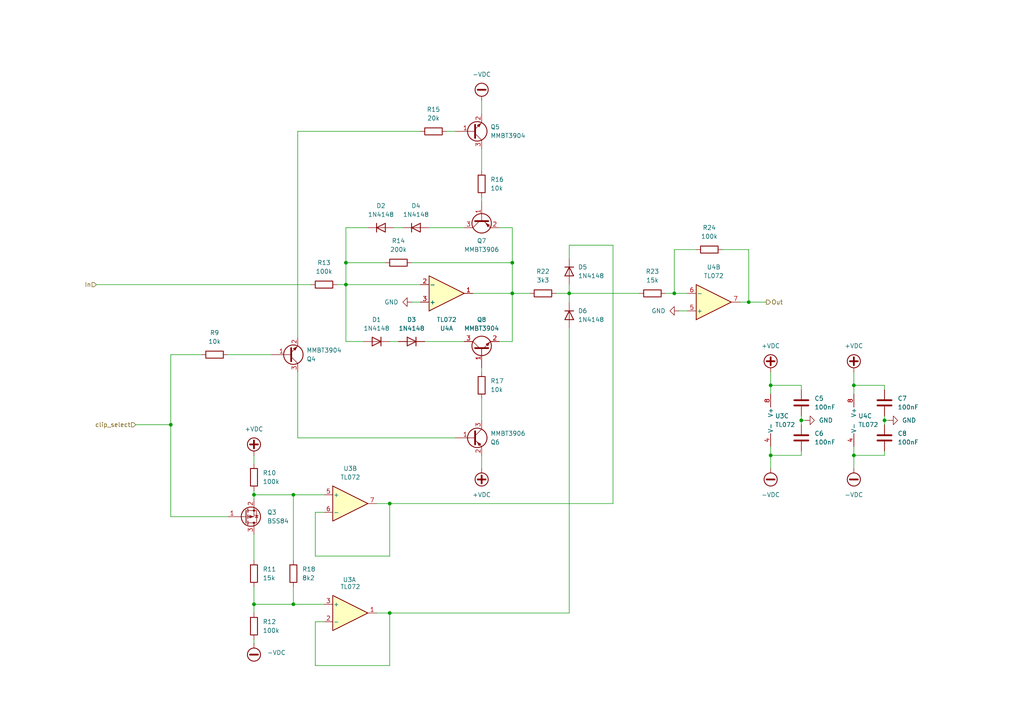
<source format=kicad_sch>
(kicad_sch (version 20231120) (generator "eeschema") (generator_version "8.0")
  (paper "A4")
  (title_block (title "ACID VCA CORE") (date "2025-03-27") (rev "1.0"))
  (lib_symbols
    (symbol "Amplifier_Operational:TL072" (pin_names (offset 0.127))
      (property "Reference" "U" (at 0 5.08 0))
      (property "Value" "TL072" (at 0 -5.08 0))
      (symbol "TL072_1_1"
        (polyline (pts (xy -5.08 5.08) (xy 5.08 0) (xy -5.08 -5.08) (xy -5.08 5.08)) (stroke (width 0.254)) (fill (type background)))
        (pin output line (at 7.62 0 180) (length 2.54) (name "~") (number "1"))
        (pin input line (at -7.62 -2.54 0) (length 2.54) (name "-") (number "2"))
        (pin input line (at -7.62 2.54 0) (length 2.54) (name "+") (number "3"))
      )
      (symbol "TL072_2_1"
        (polyline (pts (xy -5.08 5.08) (xy 5.08 0) (xy -5.08 -5.08) (xy -5.08 5.08)) (stroke (width 0.254)) (fill (type background)))
        (pin input line (at -7.62 2.54 0) (length 2.54) (name "+") (number "5"))
        (pin input line (at -7.62 -2.54 0) (length 2.54) (name "-") (number "6"))
        (pin output line (at 7.62 0 180) (length 2.54) (name "~") (number "7"))
      )
      (symbol "TL072_3_1"
        (pin power_in line (at -2.54 -7.62 90) (length 3.81) (name "V-") (number "4"))
        (pin power_in line (at -2.54 7.62 270) (length 3.81) (name "V+") (number "8"))
      )
    )
    (symbol "Device:C" (pin_numbers hide) (pin_names (offset 0.254))
      (property "Reference" "C" (at 0.635 2.54 0))
      (property "Value" "C" (at 0.635 -2.54 0))
      (symbol "C_0_1"
        (polyline (pts (xy -2.032 -0.762) (xy 2.032 -0.762)) (stroke (width 0.508)))
        (polyline (pts (xy -2.032 0.762) (xy 2.032 0.762)) (stroke (width 0.508)))
      )
      (symbol "C_1_1"
        (pin passive line (at 0 3.81 270) (length 2.794) (name "~") (number "1"))
        (pin passive line (at 0 -3.81 90) (length 2.794) (name "~") (number "2"))
      )
    )
    (symbol "Device:D" (pin_numbers hide) (pin_names (offset 1.016) hide)
      (property "Reference" "D" (at 0 2.54 0))
      (property "Value" "D" (at 0 -2.54 0))
      (symbol "D_0_1"
        (polyline (pts (xy -1.27 1.27) (xy -1.27 -1.27)) (stroke (width 0.254)))
        (polyline (pts (xy 1.27 0) (xy -1.27 0)))
        (polyline (pts (xy 1.27 1.27) (xy 1.27 -1.27) (xy -1.27 0) (xy 1.27 1.27)) (stroke (width 0.254)))
      )
      (symbol "D_1_1"
        (pin passive line (at -3.81 0 0) (length 2.54) (name "K") (number "1"))
        (pin passive line (at 3.81 0 180) (length 2.54) (name "A") (number "2"))
      )
    )
    (symbol "Device:R" (pin_numbers hide) (pin_names (offset 0))
      (property "Reference" "R" (at 2.032 0 90))
      (property "Value" "R" (at 0 0 90))
      (symbol "R_0_1"
        (rectangle (start -1.016 -2.54) (end 1.016 2.54) (stroke (width 0.254)))
      )
      (symbol "R_1_1"
        (pin passive line (at 0 3.81 270) (length 1.27) (name "~") (number "1"))
        (pin passive line (at 0 -3.81 90) (length 1.27) (name "~") (number "2"))
      )
    )
    (symbol "Transistor_BJT:MMBT3904" (pin_names (offset 0) hide)
      (property "Reference" "Q" (at 5.08 1.905 0))
      (property "Value" "MMBT3904" (at 5.08 0 0))
      (symbol "MMBT3904_0_1"
        (polyline (pts (xy 0.635 0.635) (xy 2.54 2.54)))
        (polyline (pts (xy 0.635 -0.635) (xy 2.54 -2.54) (xy 2.54 -2.54)))
        (polyline (pts (xy 0.635 1.905) (xy 0.635 -1.905) (xy 0.635 -1.905)) (stroke (width 0.508)))
        (polyline (pts (xy 1.27 -1.778) (xy 1.778 -1.27) (xy 2.286 -2.286) (xy 1.27 -1.778) (xy 1.27 -1.778)) (fill (type outline)))
        (circle (center 1.27 0) (radius 2.8194) (stroke (width 0.254)))
      )
      (symbol "MMBT3904_1_1"
        (pin input line (at -5.08 0 0) (length 5.715) (name "B") (number "1"))
        (pin passive line (at 2.54 -5.08 90) (length 2.54) (name "E") (number "2"))
        (pin passive line (at 2.54 5.08 270) (length 2.54) (name "C") (number "3"))
      )
    )
    (symbol "Transistor_BJT:MMBT3906" (pin_names (offset 0) hide)
      (property "Reference" "Q" (at 5.08 1.905 0))
      (property "Value" "MMBT3906" (at 5.08 0 0))
      (symbol "MMBT3906_0_1"
        (polyline (pts (xy 0.635 0.635) (xy 2.54 2.54)))
        (polyline (pts (xy 0.635 -0.635) (xy 2.54 -2.54) (xy 2.54 -2.54)))
        (polyline (pts (xy 0.635 1.905) (xy 0.635 -1.905) (xy 0.635 -1.905)) (stroke (width 0.508)))
        (polyline (pts (xy 2.286 -1.778) (xy 1.778 -2.286) (xy 1.27 -1.27) (xy 2.286 -1.778) (xy 2.286 -1.778)) (fill (type outline)))
        (circle (center 1.27 0) (radius 2.8194) (stroke (width 0.254)))
      )
      (symbol "MMBT3906_1_1"
        (pin input line (at -5.08 0 0) (length 5.715) (name "B") (number "1"))
        (pin passive line (at 2.54 -5.08 90) (length 2.54) (name "E") (number "2"))
        (pin passive line (at 2.54 5.08 270) (length 2.54) (name "C") (number "3"))
      )
    )
    (symbol "Transistor_FET:BSS84" (pin_names hide)
      (property "Reference" "Q" (at 5.08 1.905 0))
      (property "Value" "BSS84" (at 5.08 0 0))
      (symbol "BSS84_0_1"
        (polyline (pts (xy 0.254 0) (xy -2.54 0)))
        (polyline (pts (xy 0.254 1.905) (xy 0.254 -1.905)) (stroke (width 0.254)))
        (polyline (pts (xy 0.762 -1.27) (xy 0.762 -2.286)) (stroke (width 0.254)))
        (polyline (pts (xy 0.762 0.508) (xy 0.762 -0.508)) (stroke (width 0.254)))
        (polyline (pts (xy 0.762 2.286) (xy 0.762 1.27)) (stroke (width 0.254)))
        (polyline (pts (xy 2.54 2.54) (xy 2.54 1.778)))
        (polyline (pts (xy 2.54 -2.54) (xy 2.54 0) (xy 0.762 0)))
        (polyline (pts (xy 0.762 1.778) (xy 3.302 1.778) (xy 3.302 -1.778) (xy 0.762 -1.778)))
        (polyline (pts (xy 2.286 0) (xy 1.27 0.381) (xy 1.27 -0.381) (xy 2.286 0)) (fill (type outline)))
        (polyline (pts (xy 2.794 -0.508) (xy 2.921 -0.381) (xy 3.683 -0.381) (xy 3.81 -0.254)))
        (polyline (pts (xy 3.302 -0.381) (xy 2.921 0.254) (xy 3.683 0.254) (xy 3.302 -0.381)))
        (circle (center 1.651 0) (radius 2.794) (stroke (width 0.254)))
        (circle (center 2.54 -1.778) (radius 0.254) (fill (type outline)))
        (circle (center 2.54 1.778) (radius 0.254) (fill (type outline)))
      )
      (symbol "BSS84_1_1"
        (pin input line (at -5.08 0 0) (length 2.54) (name "G") (number "1"))
        (pin passive line (at 2.54 -5.08 90) (length 2.54) (name "S") (number "2"))
        (pin passive line (at 2.54 5.08 270) (length 2.54) (name "D") (number "3"))
      )
    )
    (symbol "power:+VDC" (power) (pin_numbers hide) (pin_names (offset 0) hide)
      (property "Value" "+VDC" (at 0 6.35 0))
      (symbol "+VDC_0_1"
        (polyline (pts (xy -1.143 3.175) (xy 1.143 3.175)) (stroke (width 0.508)))
        (polyline (pts (xy 0 0) (xy 0 1.27)))
        (polyline (pts (xy 0 2.032) (xy 0 4.318)) (stroke (width 0.508)))
        (circle (center 0 3.175) (radius 1.905) (stroke (width 0.254)))
      )
      (symbol "+VDC_1_1"
        (pin power_in line (at 0 0 90) (length 0) (name "~") (number "1"))
      )
    )
    (symbol "power:-VDC" (power) (pin_numbers hide) (pin_names (offset 0) hide)
      (property "Value" "-VDC" (at 0 6.35 0))
      (symbol "-VDC_0_1"
        (polyline (pts (xy -1.143 3.175) (xy 1.143 3.175)) (stroke (width 0.508)))
        (polyline (pts (xy 0 0) (xy 0 1.27)))
        (circle (center 0 3.175) (radius 1.905) (stroke (width 0.254)))
      )
      (symbol "-VDC_1_1"
        (pin power_in line (at 0 0 90) (length 0) (name "~") (number "1"))
      )
    )
    (symbol "power:GND" (power) (pin_numbers hide) (pin_names (offset 0) hide)
      (property "Value" "GND" (at 0 -3.81 0))
      (symbol "GND_0_1"
        (polyline (pts (xy 0 0) (xy 0 -1.27) (xy 1.27 -1.27) (xy 0 -2.54) (xy -1.27 -1.27) (xy 0 -1.27)))
      )
      (symbol "GND_1_1"
        (pin power_in line (at 0 0 270) (length 0) (name "~") (number "1"))
      )
    )
  )
  (junction (at 100.33 82.55))
  (junction (at 256.54 121.92))
  (junction (at 49.53 123.19))
  (junction (at 73.66 143.51))
  (junction (at 148.59 76.2))
  (junction (at 223.52 111.76))
  (junction (at 223.52 132.08))
  (junction (at 165.1 85.09))
  (junction (at 85.09 175.26))
  (junction (at 113.03 146.05))
  (junction (at 73.66 175.26))
  (junction (at 247.65 111.76))
  (junction (at 113.03 177.8))
  (junction (at 148.59 85.09))
  (junction (at 100.33 76.2))
  (junction (at 232.41 121.92))
  (junction (at 217.17 87.63))
  (junction (at 85.09 143.51))
  (junction (at 195.58 85.09))
  (junction (at 247.65 132.08))
  (wire (pts (xy 223.52 111.76) (xy 223.52 114.3)))
  (wire (pts (xy 100.33 82.55) (xy 121.92 82.55)))
  (wire (pts (xy 232.41 121.92) (xy 232.41 123.19)))
  (wire (pts (xy 165.1 177.8) (xy 113.03 177.8)))
  (wire (pts (xy 73.66 175.26) (xy 85.09 175.26)))
  (wire (pts (xy 113.03 177.8) (xy 113.03 193.04)))
  (wire (pts (xy 256.54 111.76) (xy 247.65 111.76)))
  (wire (pts (xy 148.59 66.04) (xy 148.59 76.2)))
  (wire (pts (xy 113.03 161.29) (xy 113.03 146.05)))
  (wire (pts (xy 256.54 130.81) (xy 256.54 132.08)))
  (wire (pts (xy 201.93 72.39) (xy 195.58 72.39)))
  (wire (pts (xy 165.1 71.12) (xy 177.8 71.12)))
  (wire (pts (xy 247.65 129.54) (xy 247.65 132.08)))
  (wire (pts (xy 196.85 90.17) (xy 199.39 90.17)))
  (wire (pts (xy 195.58 85.09) (xy 199.39 85.09)))
  (wire (pts (xy 148.59 85.09) (xy 148.59 99.06)))
  (wire (pts (xy 139.7 29.21) (xy 139.7 33.02)))
  (wire (pts (xy 123.19 99.06) (xy 134.62 99.06)))
  (wire (pts (xy 144.78 99.06) (xy 148.59 99.06)))
  (wire (pts (xy 161.29 85.09) (xy 165.1 85.09)))
  (wire (pts (xy 91.44 180.34) (xy 93.98 180.34)))
  (wire (pts (xy 86.36 127) (xy 132.08 127)))
  (wire (pts (xy 100.33 76.2) (xy 100.33 82.55)))
  (wire (pts (xy 91.44 161.29) (xy 113.03 161.29)))
  (wire (pts (xy 256.54 132.08) (xy 247.65 132.08)))
  (wire (pts (xy 27.94 82.55) (xy 90.17 82.55)))
  (wire (pts (xy 223.52 129.54) (xy 223.52 132.08)))
  (wire (pts (xy 66.04 102.87) (xy 78.74 102.87)))
  (wire (pts (xy 223.52 132.08) (xy 223.52 135.89)))
  (wire (pts (xy 232.41 121.92) (xy 232.41 120.65)))
  (wire (pts (xy 139.7 132.08) (xy 139.7 135.89)))
  (wire (pts (xy 193.04 85.09) (xy 195.58 85.09)))
  (wire (pts (xy 165.1 95.25) (xy 165.1 177.8)))
  (wire (pts (xy 114.3 66.04) (xy 116.84 66.04)))
  (wire (pts (xy 91.44 180.34) (xy 91.44 193.04)))
  (wire (pts (xy 139.7 43.18) (xy 139.7 49.53)))
  (wire (pts (xy 100.33 76.2) (xy 111.76 76.2)))
  (wire (pts (xy 233.68 121.92) (xy 232.41 121.92)))
  (wire (pts (xy 256.54 121.92) (xy 256.54 123.19)))
  (wire (pts (xy 232.41 130.81) (xy 232.41 132.08)))
  (wire (pts (xy 247.65 111.76) (xy 247.65 114.3)))
  (wire (pts (xy 247.65 132.08) (xy 247.65 135.89)))
  (wire (pts (xy 144.78 66.04) (xy 148.59 66.04)))
  (wire (pts (xy 257.81 121.92) (xy 256.54 121.92)))
  (wire (pts (xy 119.38 87.63) (xy 121.92 87.63)))
  (wire (pts (xy 85.09 143.51) (xy 93.98 143.51)))
  (wire (pts (xy 209.55 72.39) (xy 217.17 72.39)))
  (wire (pts (xy 85.09 143.51) (xy 85.09 162.56)))
  (wire (pts (xy 73.66 132.08) (xy 73.66 134.62)))
  (wire (pts (xy 232.41 111.76) (xy 223.52 111.76)))
  (wire (pts (xy 177.8 146.05) (xy 113.03 146.05)))
  (wire (pts (xy 113.03 99.06) (xy 115.57 99.06)))
  (wire (pts (xy 73.66 143.51) (xy 85.09 143.51)))
  (wire (pts (xy 49.53 149.86) (xy 66.04 149.86)))
  (wire (pts (xy 137.16 85.09) (xy 148.59 85.09)))
  (wire (pts (xy 86.36 38.1) (xy 121.92 38.1)))
  (wire (pts (xy 256.54 113.03) (xy 256.54 111.76)))
  (wire (pts (xy 223.52 107.95) (xy 223.52 111.76)))
  (wire (pts (xy 165.1 85.09) (xy 165.1 87.63)))
  (wire (pts (xy 86.36 107.95) (xy 86.36 127)))
  (wire (pts (xy 124.46 66.04) (xy 134.62 66.04)))
  (wire (pts (xy 195.58 72.39) (xy 195.58 85.09)))
  (wire (pts (xy 109.22 177.8) (xy 113.03 177.8)))
  (wire (pts (xy 73.66 177.8) (xy 73.66 175.26)))
  (wire (pts (xy 91.44 148.59) (xy 91.44 161.29)))
  (wire (pts (xy 73.66 154.94) (xy 73.66 162.56)))
  (wire (pts (xy 49.53 102.87) (xy 58.42 102.87)))
  (wire (pts (xy 247.65 107.95) (xy 247.65 111.76)))
  (wire (pts (xy 139.7 115.57) (xy 139.7 121.92)))
  (wire (pts (xy 165.1 85.09) (xy 185.42 85.09)))
  (wire (pts (xy 177.8 71.12) (xy 177.8 146.05)))
  (wire (pts (xy 148.59 85.09) (xy 153.67 85.09)))
  (wire (pts (xy 165.1 74.93) (xy 165.1 71.12)))
  (wire (pts (xy 217.17 87.63) (xy 214.63 87.63)))
  (wire (pts (xy 49.53 149.86) (xy 49.53 123.19)))
  (wire (pts (xy 139.7 57.15) (xy 139.7 58.42)))
  (wire (pts (xy 139.7 106.68) (xy 139.7 107.95)))
  (wire (pts (xy 93.98 148.59) (xy 91.44 148.59)))
  (wire (pts (xy 73.66 170.18) (xy 73.66 175.26)))
  (wire (pts (xy 73.66 143.51) (xy 73.66 144.78)))
  (wire (pts (xy 100.33 99.06) (xy 100.33 82.55)))
  (wire (pts (xy 106.68 66.04) (xy 100.33 66.04)))
  (wire (pts (xy 73.66 142.24) (xy 73.66 143.51)))
  (wire (pts (xy 105.41 99.06) (xy 100.33 99.06)))
  (wire (pts (xy 232.41 132.08) (xy 223.52 132.08)))
  (wire (pts (xy 119.38 76.2) (xy 148.59 76.2)))
  (wire (pts (xy 256.54 121.92) (xy 256.54 120.65)))
  (wire (pts (xy 148.59 76.2) (xy 148.59 85.09)))
  (wire (pts (xy 85.09 175.26) (xy 93.98 175.26)))
  (wire (pts (xy 85.09 170.18) (xy 85.09 175.26)))
  (wire (pts (xy 129.54 38.1) (xy 132.08 38.1)))
  (wire (pts (xy 49.53 123.19) (xy 49.53 102.87)))
  (wire (pts (xy 39.37 123.19) (xy 49.53 123.19)))
  (wire (pts (xy 86.36 97.79) (xy 86.36 38.1)))
  (wire (pts (xy 232.41 113.03) (xy 232.41 111.76)))
  (wire (pts (xy 73.66 185.42) (xy 73.66 186.69)))
  (wire (pts (xy 217.17 87.63) (xy 222.25 87.63)))
  (wire (pts (xy 165.1 85.09) (xy 165.1 82.55)))
  (wire (pts (xy 100.33 66.04) (xy 100.33 76.2)))
  (wire (pts (xy 113.03 146.05) (xy 109.22 146.05)))
  (wire (pts (xy 217.17 72.39) (xy 217.17 87.63)))
  (wire (pts (xy 97.79 82.55) (xy 100.33 82.55)))
  (wire (pts (xy 91.44 193.04) (xy 113.03 193.04)))
  (hierarchical_label "clip_select" (shape input) (at 39.37 123.19 180))
  (hierarchical_label "In" (shape input) (at 27.94 82.55 180))
  (hierarchical_label "Out" (shape output) (at 222.25 87.63 0))
  (symbol (lib_id "Device:C") (at 232.41 116.84 0) (unit 1)
    (property "Reference" "C5" (at 236.22 115.5699 0) (effects (justify left)))
    (property "Value" "100nF" (at 236.22 118.1099 0) (effects (justify left)))
    (property "Footprint" "Capacitor_SMD:C_0603_1608Metric" (effects (hide yes)))
    (property "Description" "Unpolarized capacitor" (effects (hide yes)))
    (instances (project "vcafd" (path "" (reference "C5") (unit 1)) (path "" (reference "C15") (unit 1))))
  )
  (symbol (lib_id "Device:C") (at 256.54 127 0) (unit 1)
    (property "Reference" "C8" (at 260.35 125.7299 0) (effects (justify left)))
    (property "Value" "100nF" (at 260.35 128.2699 0) (effects (justify left)))
    (property "Footprint" "Capacitor_SMD:C_0603_1608Metric" (effects (hide yes)))
    (property "Description" "Unpolarized capacitor" (effects (hide yes)))
    (instances (project "vcafd" (path "" (reference "C8") (unit 1)) (path "" (reference "C18") (unit 1))))
  )
  (symbol (lib_id "Device:R") (at 73.66 166.37 0) (unit 1)
    (property "Reference" "R11" (at 76.2 165.0999 0) (effects (justify left)))
    (property "Value" "15k" (at 76.2 167.6399 0) (effects (justify left)))
    (property "Footprint" "Resistor_SMD:R_0603_1608Metric" (effects (hide yes)))
    (property "Description" "Resistor" (effects (hide yes)))
    (instances (project "" (path "" (reference "R11") (unit 1)) (path "" (reference "R61") (unit 1))))
  )
  (symbol (lib_id "Device:R") (at 73.66 181.61 180) (unit 1)
    (property "Reference" "R12" (at 76.2 180.3399 0) (effects (justify right)))
    (property "Value" "100k" (at 76.2 182.8799 0) (effects (justify right)))
    (property "Footprint" "Resistor_SMD:R_0603_1608Metric" (effects (hide yes)))
    (property "Description" "Resistor" (effects (hide yes)))
    (instances (project "" (path "" (reference "R12") (unit 1)) (path "" (reference "R62") (unit 1))))
  )
  (symbol (lib_id "power:-VDC") (at 139.7 29.21 0) (unit 1)
    (property "Reference" "#PWR021" (effects (hide yes)))
    (property "Value" "-VDC" (at 139.7 21.59 0))
    (property "Description" "Power symbol creates a global label with name \"-VDC\"" (effects (hide yes)))
    (instances (project "" (path "" (reference "#PWR021") (unit 1)) (path "" (reference "#PWR065") (unit 1))))
  )
  (symbol (lib_id "power:+VDC") (at 139.7 135.89 180) (unit 1)
    (property "Reference" "#PWR022" (effects (hide yes)))
    (property "Value" "+VDC" (at 139.7 143.51 0))
    (property "Description" "Power symbol creates a global label with name \"+VDC\"" (effects (hide yes)))
    (instances (project "" (path "" (reference "#PWR022") (unit 1)) (path "" (reference "#PWR066") (unit 1))))
  )
  (symbol (lib_id "Device:R") (at 189.23 85.09 90) (unit 1)
    (property "Reference" "R23" (at 189.23 78.74 90))
    (property "Value" "15k" (at 189.23 81.28 90))
    (property "Footprint" "Resistor_SMD:R_0603_1608Metric" (effects (hide yes)))
    (property "Description" "Resistor" (effects (hide yes)))
    (instances (project "vcafd" (path "" (reference "R23") (unit 1)) (path "" (reference "R73") (unit 1))))
  )
  (symbol (lib_id "power:GND") (at 196.85 90.17 270) (unit 1)
    (property "Reference" "#PWR027" (effects (hide yes)))
    (property "Value" "GND" (at 193.04 90.1699 90) (effects (justify right)))
    (property "Description" "Power symbol creates a global label with name \"GND\" , ground" (effects (hide yes)))
    (instances (project "vcafd" (path "" (reference "#PWR027") (unit 1)) (path "" (reference "#PWR071") (unit 1))))
  )
  (symbol (lib_id "Device:R") (at 139.7 53.34 0) (unit 1)
    (property "Reference" "R16" (at 142.24 52.0699 0) (effects (justify left)))
    (property "Value" "10k" (at 142.24 54.6099 0) (effects (justify left)))
    (property "Footprint" "Resistor_SMD:R_0603_1608Metric" (effects (hide yes)))
    (property "Description" "Resistor" (effects (hide yes)))
    (instances (project "vcafd" (path "" (reference "R16") (unit 1)) (path "" (reference "R66") (unit 1))))
  )
  (symbol (lib_id "Device:D") (at 119.38 99.06 0) (mirror y) (unit 1)
    (property "Reference" "D3" (at 119.38 92.71 0))
    (property "Value" "1N4148" (at 119.38 95.25 0))
    (property "Footprint" "Diode_SMD:D_SOD-323_HandSoldering" (effects (hide yes)))
    (property "Description" "Diode" (effects (hide yes)))
    (property "Sim.Device" "D" (effects (hide yes)))
    (property "Sim.Pins" "1=K 2=A" (effects (hide yes)))
    (instances (project "vcafd" (path "" (reference "D3") (unit 1)) (path "" (reference "D35") (unit 1))))
  )
  (symbol (lib_id "Amplifier_Operational:TL072") (at 250.19 121.92 0) (unit 3)
    (property "Reference" "U4" (at 248.92 120.6499 0) (effects (justify left)))
    (property "Value" "TL072" (at 248.92 123.1899 0) (effects (justify left)))
    (property "Footprint" "Package_SO:SO-8_3.9x4.9mm_P1.27mm" (effects (hide yes)))
    (property "Datasheet" "http://www.ti.com/lit/ds/symlink/tl071.pdf" (effects (hide yes)))
    (property "Description" "Dual Low-Noise JFET-Input Operational Amplifiers, DIP-8/SOIC-8" (effects (hide yes)))
    (instances (project "vcafd" (path "" (reference "U4") (unit 3)) (path "" (reference "U9") (unit 3))))
  )
  (symbol (lib_id "Device:R") (at 62.23 102.87 90) (unit 1)
    (property "Reference" "R9" (at 62.23 96.52 90))
    (property "Value" "10k" (at 62.23 99.06 90))
    (property "Footprint" "Resistor_SMD:R_0603_1608Metric" (effects (hide yes)))
    (property "Description" "Resistor" (effects (hide yes)))
    (instances (project "" (path "" (reference "R9") (unit 1)) (path "" (reference "R59") (unit 1))))
  )
  (symbol (lib_id "power:GND") (at 257.81 121.92 90) (unit 1)
    (property "Reference" "#PWR033" (effects (hide yes)))
    (property "Value" "GND" (at 261.62 121.9199 90) (effects (justify right)))
    (property "Description" "Power symbol creates a global label with name \"GND\" , ground" (effects (hide yes)))
    (instances (project "vcafd" (path "" (reference "#PWR033") (unit 1)) (path "" (reference "#PWR077") (unit 1))))
  )
  (symbol (lib_id "power:+VDC") (at 73.66 132.08 0) (unit 1)
    (property "Reference" "#PWR018" (effects (hide yes)))
    (property "Value" "+VDC" (at 73.66 124.46 0))
    (property "Description" "Power symbol creates a global label with name \"+VDC\"" (effects (hide yes)))
    (instances (project "" (path "" (reference "#PWR018") (unit 1)) (path "" (reference "#PWR062") (unit 1))))
  )
  (symbol (lib_id "power:GND") (at 233.68 121.92 90) (unit 1)
    (property "Reference" "#PWR030" (effects (hide yes)))
    (property "Value" "GND" (at 237.49 121.9199 90) (effects (justify right)))
    (property "Description" "Power symbol creates a global label with name \"GND\" , ground" (effects (hide yes)))
    (instances (project "vcafd" (path "" (reference "#PWR030") (unit 1)) (path "" (reference "#PWR074") (unit 1))))
  )
  (symbol (lib_id "Amplifier_Operational:TL072") (at 101.6 146.05 0) (unit 2)
    (property "Reference" "U3" (at 101.6 135.89 0))
    (property "Value" "TL072" (at 101.6 138.43 0))
    (property "Footprint" "Package_SO:SO-8_3.9x4.9mm_P1.27mm" (effects (hide yes)))
    (property "Datasheet" "http://www.ti.com/lit/ds/symlink/tl071.pdf" (effects (hide yes)))
    (property "Description" "Dual Low-Noise JFET-Input Operational Amplifiers, DIP-8/SOIC-8" (effects (hide yes)))
    (instances (project "" (path "" (reference "U3") (unit 2)) (path "" (reference "U8") (unit 2))))
  )
  (symbol (lib_id "Device:R") (at 115.57 76.2 90) (unit 1)
    (property "Reference" "R14" (at 115.57 69.85 90))
    (property "Value" "200k" (at 115.57 72.39 90))
    (property "Footprint" "Resistor_SMD:R_0603_1608Metric" (effects (hide yes)))
    (property "Description" "Resistor" (effects (hide yes)))
    (instances (project "vcafd" (path "" (reference "R14") (unit 1)) (path "" (reference "R64") (unit 1))))
  )
  (symbol (lib_id "power:+VDC") (at 247.65 107.95 0) (unit 1)
    (property "Reference" "#PWR031" (effects (hide yes)))
    (property "Value" "+VDC" (at 247.65 100.33 0))
    (property "Description" "Power symbol creates a global label with name \"+VDC\"" (effects (hide yes)))
    (instances (project "vcafd" (path "" (reference "#PWR031") (unit 1)) (path "" (reference "#PWR075") (unit 1))))
  )
  (symbol (lib_id "power:GND") (at 119.38 87.63 270) (unit 1)
    (property "Reference" "#PWR020" (effects (hide yes)))
    (property "Value" "GND" (at 115.57 87.6299 90) (effects (justify right)))
    (property "Description" "Power symbol creates a global label with name \"GND\" , ground" (effects (hide yes)))
    (instances (project "vcafd" (path "" (reference "#PWR020") (unit 1)) (path "" (reference "#PWR064") (unit 1))))
  )
  (symbol (lib_id "Amplifier_Operational:TL072") (at 226.06 121.92 0) (unit 3)
    (property "Reference" "U3" (at 224.79 120.6499 0) (effects (justify left)))
    (property "Value" "TL072" (at 224.79 123.1899 0) (effects (justify left)))
    (property "Footprint" "Package_SO:SO-8_3.9x4.9mm_P1.27mm" (effects (hide yes)))
    (property "Datasheet" "http://www.ti.com/lit/ds/symlink/tl071.pdf" (effects (hide yes)))
    (property "Description" "Dual Low-Noise JFET-Input Operational Amplifiers, DIP-8/SOIC-8" (effects (hide yes)))
    (instances (project "" (path "" (reference "U3") (unit 3)) (path "" (reference "U8") (unit 3))))
  )
  (symbol (lib_id "power:-VDC") (at 247.65 135.89 180) (unit 1)
    (property "Reference" "#PWR032" (effects (hide yes)))
    (property "Value" "-VDC" (at 247.65 143.51 0))
    (property "Description" "Power symbol creates a global label with name \"-VDC\"" (effects (hide yes)))
    (instances (project "vcafd" (path "" (reference "#PWR032") (unit 1)) (path "" (reference "#PWR076") (unit 1))))
  )
  (symbol (lib_id "Transistor_FET:BSS84") (at 71.12 149.86 0) (mirror x) (unit 1)
    (property "Reference" "Q3" (at 77.47 148.5899 0) (effects (justify left)))
    (property "Value" "BSS84" (at 77.47 151.1299 0) (effects (justify left)))
    (property "Footprint" "Package_TO_SOT_SMD:SOT-23" (effects (hide yes)))
    (property "Datasheet" "http://assets.nexperia.com/documents/data-sheet/BSS84.pdf" (effects (hide yes)))
    (property "Description" "-0.13A Id, -50V Vds, P-Channel MOSFET, SOT-23" (effects (hide yes)))
    (instances (project "" (path "" (reference "Q3") (unit 1)) (path "" (reference "Q11") (unit 1))))
  )
  (symbol (lib_id "Device:D") (at 165.1 78.74 90) (mirror x) (unit 1)
    (property "Reference" "D5" (at 167.64 77.4699 90) (effects (justify right)))
    (property "Value" "1N4148" (at 167.64 80.0099 90) (effects (justify right)))
    (property "Footprint" "Diode_SMD:D_SOD-323_HandSoldering" (effects (hide yes)))
    (property "Description" "Diode" (effects (hide yes)))
    (property "Sim.Device" "D" (effects (hide yes)))
    (property "Sim.Pins" "1=K 2=A" (effects (hide yes)))
    (instances (project "vcafd" (path "" (reference "D5") (unit 1)) (path "" (reference "D37") (unit 1))))
  )
  (symbol (lib_id "power:-VDC") (at 73.66 186.69 180) (unit 1)
    (property "Reference" "#PWR019" (effects (hide yes)))
    (property "Value" "-VDC" (at 77.47 189.2934 0) (effects (justify right)))
    (property "Description" "Power symbol creates a global label with name \"-VDC\"" (effects (hide yes)))
    (instances (project "" (path "" (reference "#PWR019") (unit 1)) (path "" (reference "#PWR063") (unit 1))))
  )
  (symbol (lib_id "power:-VDC") (at 223.52 135.89 180) (unit 1)
    (property "Reference" "#PWR029" (effects (hide yes)))
    (property "Value" "-VDC" (at 223.52 143.51 0))
    (property "Description" "Power symbol creates a global label with name \"-VDC\"" (effects (hide yes)))
    (instances (project "vcafd" (path "" (reference "#PWR029") (unit 1)) (path "" (reference "#PWR073") (unit 1))))
  )
  (symbol (lib_id "Transistor_BJT:MMBT3904") (at 139.7 101.6 90) (unit 1)
    (property "Reference" "Q8" (at 139.7 92.71 90))
    (property "Value" "MMBT3904" (at 139.7 95.25 90))
    (property "Footprint" "Package_TO_SOT_SMD:SOT-23" (effects (hide yes)))
    (property "Datasheet" "https://www.onsemi.com/pdf/datasheet/pzt3904-d.pdf" (effects (hide yes)))
    (property "Description" "0.2A Ic, 40V Vce, Small Signal NPN Transistor, SOT-23" (effects (hide yes)))
    (instances (project "vcafd" (path "" (reference "Q8") (unit 1)) (path "" (reference "Q16") (unit 1))))
  )
  (symbol (lib_id "Device:C") (at 256.54 116.84 0) (unit 1)
    (property "Reference" "C7" (at 260.35 115.5699 0) (effects (justify left)))
    (property "Value" "100nF" (at 260.35 118.1099 0) (effects (justify left)))
    (property "Footprint" "Capacitor_SMD:C_0603_1608Metric" (effects (hide yes)))
    (property "Description" "Unpolarized capacitor" (effects (hide yes)))
    (instances (project "vcafd" (path "" (reference "C7") (unit 1)) (path "" (reference "C17") (unit 1))))
  )
  (symbol (lib_id "Amplifier_Operational:TL072") (at 207.01 87.63 0) (mirror x) (unit 2)
    (property "Reference" "U4" (at 207.01 77.47 0))
    (property "Value" "TL072" (at 207.01 80.01 0))
    (property "Footprint" "Package_SO:SO-8_3.9x4.9mm_P1.27mm" (effects (hide yes)))
    (property "Datasheet" "http://www.ti.com/lit/ds/symlink/tl071.pdf" (effects (hide yes)))
    (property "Description" "Dual Low-Noise JFET-Input Operational Amplifiers, DIP-8/SOIC-8" (effects (hide yes)))
    (instances (project "vcafd" (path "" (reference "U4") (unit 2)) (path "" (reference "U9") (unit 2))))
  )
  (symbol (lib_id "Device:R") (at 73.66 138.43 0) (unit 1)
    (property "Reference" "R10" (at 76.2 137.1599 0) (effects (justify left)))
    (property "Value" "100k" (at 76.2 139.6999 0) (effects (justify left)))
    (property "Footprint" "Resistor_SMD:R_0603_1608Metric" (effects (hide yes)))
    (property "Description" "Resistor" (effects (hide yes)))
    (instances (project "" (path "" (reference "R10") (unit 1)) (path "" (reference "R60") (unit 1))))
  )
  (symbol (lib_id "Device:R") (at 157.48 85.09 90) (unit 1)
    (property "Reference" "R22" (at 157.48 78.74 90))
    (property "Value" "3k3" (at 157.48 81.28 90))
    (property "Footprint" "Resistor_SMD:R_0603_1608Metric" (effects (hide yes)))
    (property "Description" "Resistor" (effects (hide yes)))
    (instances (project "vcafd" (path "" (reference "R22") (unit 1)) (path "" (reference "R72") (unit 1))))
  )
  (symbol (lib_id "Device:D") (at 165.1 91.44 270) (unit 1)
    (property "Reference" "D6" (at 167.64 90.1699 90) (effects (justify left)))
    (property "Value" "1N4148" (at 167.64 92.7099 90) (effects (justify left)))
    (property "Footprint" "Diode_SMD:D_SOD-323_HandSoldering" (effects (hide yes)))
    (property "Description" "Diode" (effects (hide yes)))
    (property "Sim.Device" "D" (effects (hide yes)))
    (property "Sim.Pins" "1=K 2=A" (effects (hide yes)))
    (instances (project "vcafd" (path "" (reference "D6") (unit 1)) (path "" (reference "D38") (unit 1))))
  )
  (symbol (lib_id "Device:C") (at 232.41 127 0) (unit 1)
    (property "Reference" "C6" (at 236.22 125.7299 0) (effects (justify left)))
    (property "Value" "100nF" (at 236.22 128.2699 0) (effects (justify left)))
    (property "Footprint" "Capacitor_SMD:C_0603_1608Metric" (effects (hide yes)))
    (property "Description" "Unpolarized capacitor" (effects (hide yes)))
    (instances (project "vcafd" (path "" (reference "C6") (unit 1)) (path "" (reference "C16") (unit 1))))
  )
  (symbol (lib_id "Transistor_BJT:MMBT3904") (at 83.82 102.87 0) (mirror x) (unit 1)
    (property "Reference" "Q4" (at 88.9 104.1401 0) (effects (justify left)))
    (property "Value" "MMBT3904" (at 88.9 101.6001 0) (effects (justify left)))
    (property "Footprint" "Package_TO_SOT_SMD:SOT-23" (effects (hide yes)))
    (property "Datasheet" "https://www.onsemi.com/pdf/datasheet/pzt3904-d.pdf" (effects (hide yes)))
    (property "Description" "0.2A Ic, 40V Vce, Small Signal NPN Transistor, SOT-23" (effects (hide yes)))
    (instances (project "" (path "" (reference "Q4") (unit 1)) (path "" (reference "Q12") (unit 1))))
  )
  (symbol (lib_id "Device:D") (at 110.49 66.04 0) (unit 1)
    (property "Reference" "D2" (at 110.49 59.69 0))
    (property "Value" "1N4148" (at 110.49 62.23 0))
    (property "Footprint" "Diode_SMD:D_SOD-323_HandSoldering" (effects (hide yes)))
    (property "Description" "Diode" (effects (hide yes)))
    (property "Sim.Device" "D" (effects (hide yes)))
    (property "Sim.Pins" "1=K 2=A" (effects (hide yes)))
    (instances (project "vcafd" (path "" (reference "D2") (unit 1)) (path "" (reference "D34") (unit 1))))
  )
  (symbol (lib_id "Device:R") (at 205.74 72.39 90) (unit 1)
    (property "Reference" "R24" (at 205.74 66.04 90))
    (property "Value" "100k" (at 205.74 68.58 90))
    (property "Footprint" "Resistor_SMD:R_0603_1608Metric" (effects (hide yes)))
    (property "Description" "Resistor" (effects (hide yes)))
    (instances (project "vcafd" (path "" (reference "R24") (unit 1)) (path "" (reference "R74") (unit 1))))
  )
  (symbol (lib_id "Transistor_BJT:MMBT3906") (at 137.16 127 0) (unit 1)
    (property "Reference" "Q6" (at 142.24 128.2701 0) (effects (justify left)))
    (property "Value" "MMBT3906" (at 142.24 125.7301 0) (effects (justify left)))
    (property "Footprint" "Package_TO_SOT_SMD:SOT-23" (effects (hide yes)))
    (property "Datasheet" "https://www.onsemi.com/pdf/datasheet/pzt3906-d.pdf" (effects (hide yes)))
    (property "Description" "-0.2A Ic, -40V Vce, Small Signal PNP Transistor, SOT-23" (effects (hide yes)))
    (instances (project "vcafd" (path "" (reference "Q6") (unit 1)) (path "" (reference "Q14") (unit 1))))
  )
  (symbol (lib_id "Amplifier_Operational:TL072") (at 101.6 177.8 0) (unit 1)
    (property "Reference" "U3" (at 101.346 168.148 0))
    (property "Value" "TL072" (at 101.6 170.18 0))
    (property "Footprint" "Package_SO:SO-8_3.9x4.9mm_P1.27mm" (effects (hide yes)))
    (property "Datasheet" "http://www.ti.com/lit/ds/symlink/tl071.pdf" (effects (hide yes)))
    (property "Description" "Dual Low-Noise JFET-Input Operational Amplifiers, DIP-8/SOIC-8" (effects (hide yes)))
    (instances (project "" (path "" (reference "U3") (unit 1)) (path "" (reference "U8") (unit 1))))
  )
  (symbol (lib_id "Transistor_BJT:MMBT3904") (at 137.16 38.1 0) (mirror x) (unit 1)
    (property "Reference" "Q5" (at 142.24 36.8299 0) (effects (justify left)))
    (property "Value" "MMBT3904" (at 142.24 39.3699 0) (effects (justify left)))
    (property "Footprint" "Package_TO_SOT_SMD:SOT-23" (effects (hide yes)))
    (property "Datasheet" "https://www.onsemi.com/pdf/datasheet/pzt3904-d.pdf" (effects (hide yes)))
    (property "Description" "0.2A Ic, 40V Vce, Small Signal NPN Transistor, SOT-23" (effects (hide yes)))
    (instances (project "vcafd" (path "" (reference "Q5") (unit 1)) (path "" (reference "Q13") (unit 1))))
  )
  (symbol (lib_id "Device:D") (at 109.22 99.06 180) (unit 1)
    (property "Reference" "D1" (at 109.22 92.71 0))
    (property "Value" "1N4148" (at 109.22 95.25 0))
    (property "Footprint" "Diode_SMD:D_SOD-323_HandSoldering" (effects (hide yes)))
    (property "Description" "Diode" (effects (hide yes)))
    (property "Sim.Device" "D" (effects (hide yes)))
    (property "Sim.Pins" "1=K 2=A" (effects (hide yes)))
    (instances (project "vcafd" (path "" (reference "D1") (unit 1)) (path "" (reference "D33") (unit 1))))
  )
  (symbol (lib_id "Device:R") (at 125.73 38.1 270) (unit 1)
    (property "Reference" "R15" (at 125.73 31.75 90))
    (property "Value" "20k" (at 125.73 34.29 90))
    (property "Footprint" "Resistor_SMD:R_0603_1608Metric" (effects (hide yes)))
    (property "Description" "Resistor" (effects (hide yes)))
    (instances (project "" (path "" (reference "R15") (unit 1)) (path "" (reference "R65") (unit 1))))
  )
  (symbol (lib_id "Device:R") (at 139.7 111.76 0) (unit 1)
    (property "Reference" "R17" (at 142.24 110.4899 0) (effects (justify left)))
    (property "Value" "10k" (at 142.24 113.0299 0) (effects (justify left)))
    (property "Footprint" "Resistor_SMD:R_0603_1608Metric" (effects (hide yes)))
    (property "Description" "Resistor" (effects (hide yes)))
    (instances (project "vcafd" (path "" (reference "R17") (unit 1)) (path "" (reference "R67") (unit 1))))
  )
  (symbol (lib_id "Device:R") (at 85.09 166.37 0) (unit 1)
    (property "Reference" "R18" (at 87.63 165.0999 0) (effects (justify left)))
    (property "Value" "8k2" (at 87.63 167.6399 0) (effects (justify left)))
    (property "Footprint" "Resistor_SMD:R_0603_1608Metric" (effects (hide yes)))
    (property "Description" "Resistor" (effects (hide yes)))
    (instances (project "vcafd" (path "" (reference "R18") (unit 1)) (path "" (reference "R19") (unit 1))))
  )
  (symbol (lib_id "Device:D") (at 120.65 66.04 0) (unit 1)
    (property "Reference" "D4" (at 120.65 59.69 0))
    (property "Value" "1N4148" (at 120.65 62.23 0))
    (property "Footprint" "Diode_SMD:D_SOD-323_HandSoldering" (effects (hide yes)))
    (property "Description" "Diode" (effects (hide yes)))
    (property "Sim.Device" "D" (effects (hide yes)))
    (property "Sim.Pins" "1=K 2=A" (effects (hide yes)))
    (instances (project "vcafd" (path "" (reference "D4") (unit 1)) (path "" (reference "D36") (unit 1))))
  )
  (symbol (lib_id "Transistor_BJT:MMBT3906") (at 139.7 63.5 90) (mirror x) (unit 1)
    (property "Reference" "Q7" (at 139.7 69.85 90))
    (property "Value" "MMBT3906" (at 139.7 72.39 90))
    (property "Footprint" "Package_TO_SOT_SMD:SOT-23" (effects (hide yes)))
    (property "Datasheet" "https://www.onsemi.com/pdf/datasheet/pzt3906-d.pdf" (effects (hide yes)))
    (property "Description" "-0.2A Ic, -40V Vce, Small Signal PNP Transistor, SOT-23" (effects (hide yes)))
    (instances (project "vcafd" (path "" (reference "Q7") (unit 1)) (path "" (reference "Q15") (unit 1))))
  )
  (symbol (lib_id "Device:R") (at 93.98 82.55 90) (unit 1)
    (property "Reference" "R13" (at 93.98 76.2 90))
    (property "Value" "100k" (at 93.98 78.74 90))
    (property "Footprint" "Resistor_SMD:R_0603_1608Metric" (effects (hide yes)))
    (property "Description" "Resistor" (effects (hide yes)))
    (instances (project "vcafd" (path "" (reference "R13") (unit 1)) (path "" (reference "R63") (unit 1))))
  )
  (symbol (lib_id "Amplifier_Operational:TL072") (at 129.54 85.09 0) (mirror x) (unit 1)
    (property "Reference" "U4" (at 129.54 95.25 0))
    (property "Value" "TL072" (at 129.54 92.71 0))
    (property "Footprint" "Package_SO:SO-8_3.9x4.9mm_P1.27mm" (effects (hide yes)))
    (property "Datasheet" "http://www.ti.com/lit/ds/symlink/tl071.pdf" (effects (hide yes)))
    (property "Description" "Dual Low-Noise JFET-Input Operational Amplifiers, DIP-8/SOIC-8" (effects (hide yes)))
    (instances (project "vcafd" (path "" (reference "U4") (unit 1)) (path "" (reference "U9") (unit 1))))
  )
  (symbol (lib_id "power:+VDC") (at 223.52 107.95 0) (unit 1)
    (property "Reference" "#PWR028" (effects (hide yes)))
    (property "Value" "+VDC" (at 223.52 100.33 0))
    (property "Description" "Power symbol creates a global label with name \"+VDC\"" (effects (hide yes)))
    (instances (project "vcafd" (path "" (reference "#PWR028") (unit 1)) (path "" (reference "#PWR072") (unit 1))))
  )
)
</source>
